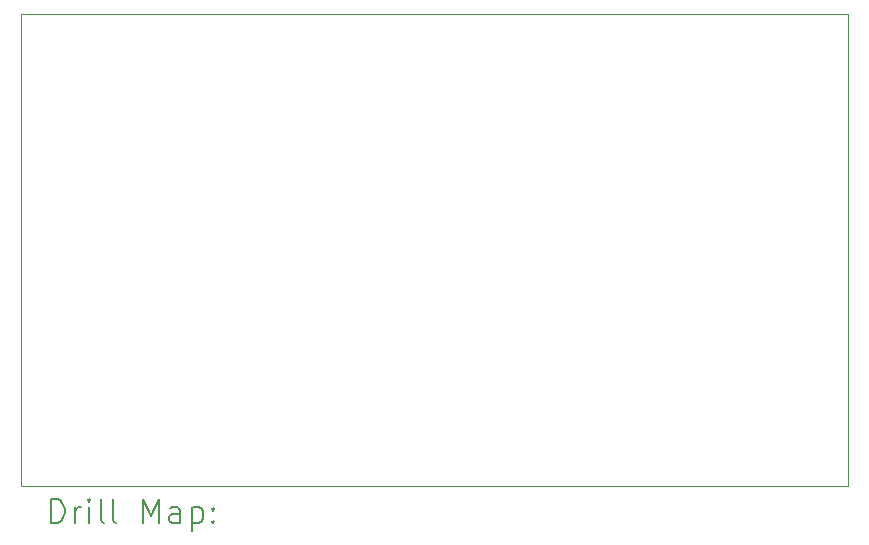
<source format=gbr>
%TF.GenerationSoftware,KiCad,Pcbnew,(6.0.7)*%
%TF.CreationDate,2022-09-17T20:35:15+02:00*%
%TF.ProjectId,SLAU335,534c4155-3333-4352-9e6b-696361645f70,rev?*%
%TF.SameCoordinates,Original*%
%TF.FileFunction,Drillmap*%
%TF.FilePolarity,Positive*%
%FSLAX45Y45*%
G04 Gerber Fmt 4.5, Leading zero omitted, Abs format (unit mm)*
G04 Created by KiCad (PCBNEW (6.0.7)) date 2022-09-17 20:35:15*
%MOMM*%
%LPD*%
G01*
G04 APERTURE LIST*
%ADD10C,0.050000*%
%ADD11C,0.200000*%
G04 APERTURE END LIST*
D10*
X17800000Y-8300000D02*
X10800000Y-8300000D01*
X10800000Y-12300000D02*
X17800000Y-12300000D01*
X10800000Y-8300000D02*
X10800000Y-12300000D01*
X17800000Y-12300000D02*
X17800000Y-8300000D01*
D11*
X11055119Y-12612976D02*
X11055119Y-12412976D01*
X11102738Y-12412976D01*
X11131310Y-12422500D01*
X11150357Y-12441548D01*
X11159881Y-12460595D01*
X11169405Y-12498690D01*
X11169405Y-12527262D01*
X11159881Y-12565357D01*
X11150357Y-12584405D01*
X11131310Y-12603452D01*
X11102738Y-12612976D01*
X11055119Y-12612976D01*
X11255119Y-12612976D02*
X11255119Y-12479643D01*
X11255119Y-12517738D02*
X11264643Y-12498690D01*
X11274167Y-12489167D01*
X11293214Y-12479643D01*
X11312262Y-12479643D01*
X11378928Y-12612976D02*
X11378928Y-12479643D01*
X11378928Y-12412976D02*
X11369405Y-12422500D01*
X11378928Y-12432024D01*
X11388452Y-12422500D01*
X11378928Y-12412976D01*
X11378928Y-12432024D01*
X11502738Y-12612976D02*
X11483690Y-12603452D01*
X11474167Y-12584405D01*
X11474167Y-12412976D01*
X11607500Y-12612976D02*
X11588452Y-12603452D01*
X11578928Y-12584405D01*
X11578928Y-12412976D01*
X11836071Y-12612976D02*
X11836071Y-12412976D01*
X11902738Y-12555833D01*
X11969405Y-12412976D01*
X11969405Y-12612976D01*
X12150357Y-12612976D02*
X12150357Y-12508214D01*
X12140833Y-12489167D01*
X12121786Y-12479643D01*
X12083690Y-12479643D01*
X12064643Y-12489167D01*
X12150357Y-12603452D02*
X12131309Y-12612976D01*
X12083690Y-12612976D01*
X12064643Y-12603452D01*
X12055119Y-12584405D01*
X12055119Y-12565357D01*
X12064643Y-12546309D01*
X12083690Y-12536786D01*
X12131309Y-12536786D01*
X12150357Y-12527262D01*
X12245595Y-12479643D02*
X12245595Y-12679643D01*
X12245595Y-12489167D02*
X12264643Y-12479643D01*
X12302738Y-12479643D01*
X12321786Y-12489167D01*
X12331309Y-12498690D01*
X12340833Y-12517738D01*
X12340833Y-12574881D01*
X12331309Y-12593928D01*
X12321786Y-12603452D01*
X12302738Y-12612976D01*
X12264643Y-12612976D01*
X12245595Y-12603452D01*
X12426548Y-12593928D02*
X12436071Y-12603452D01*
X12426548Y-12612976D01*
X12417024Y-12603452D01*
X12426548Y-12593928D01*
X12426548Y-12612976D01*
X12426548Y-12489167D02*
X12436071Y-12498690D01*
X12426548Y-12508214D01*
X12417024Y-12498690D01*
X12426548Y-12489167D01*
X12426548Y-12508214D01*
M02*

</source>
